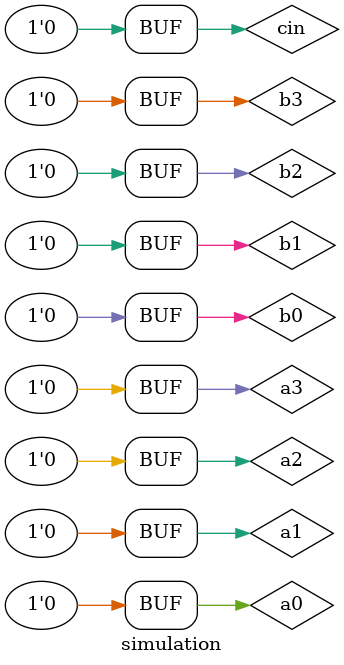
<source format=v>
`timescale 1ns / 1ps


module simulation(

    );
    reg a0,a1,a2,a3,b0,b1,b2,b3,cin;
    wire s0,s1,s2,s3,carry;
    
    rp_adder dut (a0,a1,a2,a3,b0,b1,b2,b3,cin,s0,s1,s2,s3,carry);
    initial begin
    a0 = 0; a1 = 0 ;a2 = 0 ; a3 = 0;
    b0 = 0 ;b1 = 0 ;b2 = 0 ; b3 = 0;
    cin = 0;
    end
    
endmodule

</source>
